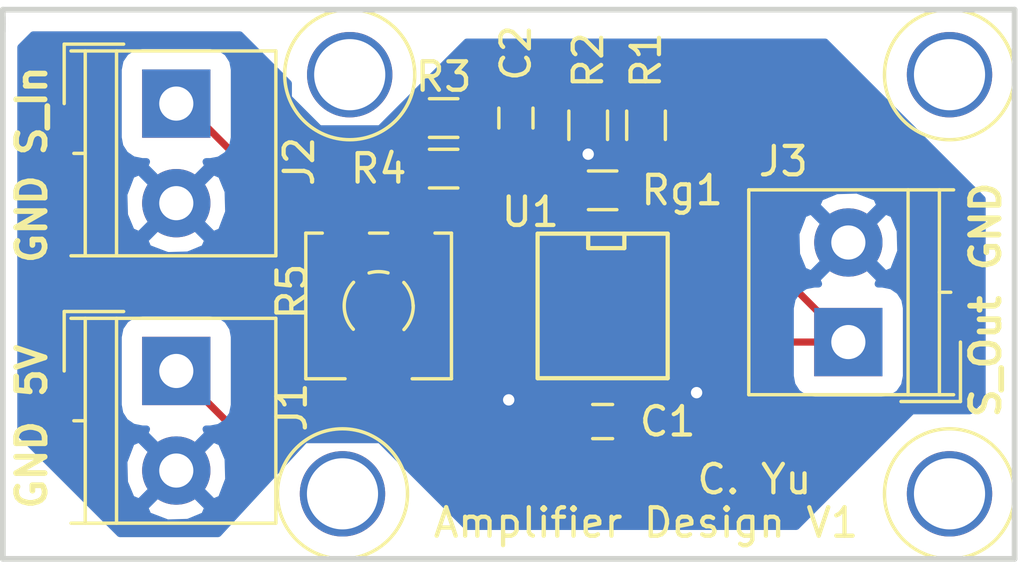
<source format=kicad_pcb>
(kicad_pcb (version 4) (host pcbnew 4.0.7)

  (general
    (links 20)
    (no_connects 0)
    (area 56.287999 29.61 92.487001 53.351)
    (thickness 1.6)
    (drawings 15)
    (tracks 74)
    (zones 0)
    (modules 16)
    (nets 11)
  )

  (page User 150.012 101.6)
  (layers
    (0 Top signal)
    (31 Bottom signal)
    (34 B.Paste user)
    (35 F.Paste user)
    (36 B.SilkS user)
    (37 F.SilkS user)
    (38 B.Mask user)
    (39 F.Mask user)
    (44 Edge.Cuts user)
  )

  (setup
    (last_trace_width 0.25)
    (trace_clearance 0.2)
    (zone_clearance 0.7)
    (zone_45_only no)
    (trace_min 0.2)
    (segment_width 0.2)
    (edge_width 0.2)
    (via_size 0.6)
    (via_drill 0.4)
    (via_min_size 0.4)
    (via_min_drill 0.3)
    (uvia_size 0.3)
    (uvia_drill 0.1)
    (uvias_allowed no)
    (uvia_min_size 0.2)
    (uvia_min_drill 0.1)
    (pcb_text_width 0.3)
    (pcb_text_size 1.5 1.5)
    (mod_edge_width 0.15)
    (mod_text_size 1 1)
    (mod_text_width 0.15)
    (pad_size 3 3)
    (pad_drill 2.5)
    (pad_to_mask_clearance 0.2)
    (aux_axis_origin 0 0)
    (visible_elements 7FFFFF7F)
    (pcbplotparams
      (layerselection 0x00030_80000001)
      (usegerberextensions false)
      (excludeedgelayer true)
      (linewidth 0.100000)
      (plotframeref false)
      (viasonmask false)
      (mode 1)
      (useauxorigin false)
      (hpglpennumber 1)
      (hpglpenspeed 20)
      (hpglpendiameter 15)
      (hpglpenoverlay 2)
      (psnegative false)
      (psa4output false)
      (plotreference true)
      (plotvalue true)
      (plotinvisibletext false)
      (padsonsilk false)
      (subtractmaskfromsilk false)
      (outputformat 1)
      (mirror false)
      (drillshape 0)
      (scaleselection 1)
      (outputdirectory ""))
  )

  (net 0 "")
  (net 1 GND)
  (net 2 "Net-(C1-Pad1)")
  (net 3 /S_Output)
  (net 4 "Net-(C2-Pad1)")
  (net 5 +5V)
  (net 6 /S_Input)
  (net 7 "Net-(R1-Pad2)")
  (net 8 "Net-(R4-Pad2)")
  (net 9 "Net-(Rg1-Pad1)")
  (net 10 "Net-(Rg1-Pad2)")

  (net_class Default "This is the default net class."
    (clearance 0.2)
    (trace_width 0.25)
    (via_dia 0.6)
    (via_drill 0.4)
    (uvia_dia 0.3)
    (uvia_drill 0.1)
    (add_net +5V)
    (add_net /S_Input)
    (add_net /S_Output)
    (add_net GND)
    (add_net "Net-(C1-Pad1)")
    (add_net "Net-(C2-Pad1)")
    (add_net "Net-(R1-Pad2)")
    (add_net "Net-(R4-Pad2)")
    (add_net "Net-(Rg1-Pad1)")
    (add_net "Net-(Rg1-Pad2)")
  )

  (module Connectors:1pin (layer Top) (tedit 59C17FFA) (tstamp 59C17F3C)
    (at 68.58 34.544)
    (descr "module 1 pin (ou trou mecanique de percage)")
    (tags DEV)
    (fp_text reference REF** (at 0 -3.048) (layer F.SilkS) hide
      (effects (font (size 1 1) (thickness 0.15)))
    )
    (fp_text value 1pin (at 0 3) (layer F.Fab) hide
      (effects (font (size 1 1) (thickness 0.15)))
    )
    (fp_circle (center 0 0) (end 2 0.8) (layer F.Fab) (width 0.1))
    (fp_circle (center 0 0) (end 2.6 0) (layer F.CrtYd) (width 0.05))
    (fp_circle (center 0 0) (end 0 -2.286) (layer F.SilkS) (width 0.12))
    (pad "" thru_hole circle (at 0 0) (size 3 3) (drill 2.5) (layers *.Cu *.Mask))
  )

  (module Connectors:1pin (layer Top) (tedit 59C186A2) (tstamp 59C17F23)
    (at 68.326 49.276)
    (descr "module 1 pin (ou trou mecanique de percage)")
    (tags DEV)
    (fp_text reference REF** (at 0 -3.048) (layer F.SilkS) hide
      (effects (font (size 1 1) (thickness 0.15)))
    )
    (fp_text value 1pin (at 1.524 4.064) (layer F.Fab) hide
      (effects (font (size 1 1) (thickness 0.15)))
    )
    (fp_circle (center 0 0) (end 2 0.8) (layer F.Fab) (width 0.1))
    (fp_circle (center 0 0) (end 2.6 0) (layer F.CrtYd) (width 0.05))
    (fp_circle (center 0 0) (end 0 -2.286) (layer F.SilkS) (width 0.12))
    (pad "" thru_hole circle (at 0 0) (size 3 3) (drill 2.5) (layers *.Cu *.Mask))
  )

  (module Connectors:1pin (layer Top) (tedit 59C186F1) (tstamp 59C17EBB)
    (at 89.662 49.276)
    (descr "module 1 pin (ou trou mecanique de percage)")
    (tags DEV)
    (fp_text reference REF** (at 0 -3.048 90) (layer F.SilkS) hide
      (effects (font (size 1 1) (thickness 0.03175)))
    )
    (fp_text value 1pin (at 0 3) (layer F.Fab) hide
      (effects (font (size 1 1) (thickness 0.15)))
    )
    (fp_circle (center 0 0) (end 2 0.8) (layer F.Fab) (width 0.1))
    (fp_circle (center 0 0) (end 2.6 0) (layer F.CrtYd) (width 0.05))
    (fp_circle (center 0 0) (end 0 -2.286) (layer F.SilkS) (width 0.12))
    (pad "" thru_hole circle (at 0 0) (size 3 3) (drill 2.5) (layers *.Cu *.Mask))
  )

  (module Connectors:1pin (layer Top) (tedit 59C17FEE) (tstamp 59C17CDE)
    (at 89.662 34.544)
    (descr "module 1 pin (ou trou mecanique de percage)")
    (tags DEV)
    (fp_text reference REF** (at 0 -3.048) (layer F.SilkS) hide
      (effects (font (size 1 1) (thickness 0.15)))
    )
    (fp_text value 1pin (at 0 3) (layer F.Fab) hide
      (effects (font (size 1 1) (thickness 0.15)))
    )
    (fp_circle (center 0 0) (end 2 0.8) (layer F.Fab) (width 0.1))
    (fp_circle (center 0 0) (end 2.6 0) (layer F.CrtYd) (width 0.05))
    (fp_circle (center 0 0) (end 0 -2.286) (layer F.SilkS) (width 0.12))
    (pad "" thru_hole circle (at 0 0) (size 3 3) (drill 2.5) (layers *.Cu *.Mask))
  )

  (module Capacitors_SMD:C_0603 (layer Top) (tedit 59C182FA) (tstamp 59C04895)
    (at 77.47 46.736)
    (descr "Capacitor SMD 0603, reflow soldering, AVX (see smccp.pdf)")
    (tags "capacitor 0603")
    (path /59C03C77)
    (attr smd)
    (fp_text reference C1 (at 2.286 0) (layer F.SilkS)
      (effects (font (size 1 1) (thickness 0.15)))
    )
    (fp_text value 1nf (at 0 1.5) (layer F.Fab) hide
      (effects (font (size 1 1) (thickness 0.15)))
    )
    (fp_line (start 1.4 0.65) (end -1.4 0.65) (layer F.CrtYd) (width 0.05))
    (fp_line (start 1.4 0.65) (end 1.4 -0.65) (layer F.CrtYd) (width 0.05))
    (fp_line (start -1.4 -0.65) (end -1.4 0.65) (layer F.CrtYd) (width 0.05))
    (fp_line (start -1.4 -0.65) (end 1.4 -0.65) (layer F.CrtYd) (width 0.05))
    (fp_line (start 0.35 0.6) (end -0.35 0.6) (layer F.SilkS) (width 0.12))
    (fp_line (start -0.35 -0.6) (end 0.35 -0.6) (layer F.SilkS) (width 0.12))
    (fp_line (start -0.8 -0.4) (end 0.8 -0.4) (layer F.Fab) (width 0.1))
    (fp_line (start 0.8 -0.4) (end 0.8 0.4) (layer F.Fab) (width 0.1))
    (fp_line (start 0.8 0.4) (end -0.8 0.4) (layer F.Fab) (width 0.1))
    (fp_line (start -0.8 0.4) (end -0.8 -0.4) (layer F.Fab) (width 0.1))
    (fp_text user %R (at 0 0) (layer F.Fab)
      (effects (font (size 0.3 0.3) (thickness 0.075)))
    )
    (pad 2 smd rect (at 0.75 0) (size 0.8 0.75) (layers Top F.Paste F.Mask)
      (net 1 GND))
    (pad 1 smd rect (at -0.75 0) (size 0.8 0.75) (layers Top F.Paste F.Mask)
      (net 2 "Net-(C1-Pad1)"))
    (model Capacitors_SMD.3dshapes/C_0603.wrl
      (at (xyz 0 0 0))
      (scale (xyz 1 1 1))
      (rotate (xyz 0 0 0))
    )
  )

  (module Capacitors_SMD:C_0603 (layer Top) (tedit 59C181FC) (tstamp 59C048A6)
    (at 74.422 36.068 90)
    (descr "Capacitor SMD 0603, reflow soldering, AVX (see smccp.pdf)")
    (tags "capacitor 0603")
    (path /59C03E90)
    (attr smd)
    (fp_text reference C2 (at 2.286 0 90) (layer F.SilkS)
      (effects (font (size 1 1) (thickness 0.15)))
    )
    (fp_text value 1nf (at 0 1.5 90) (layer F.Fab) hide
      (effects (font (size 1 1) (thickness 0.15)))
    )
    (fp_line (start 1.4 0.65) (end -1.4 0.65) (layer F.CrtYd) (width 0.05))
    (fp_line (start 1.4 0.65) (end 1.4 -0.65) (layer F.CrtYd) (width 0.05))
    (fp_line (start -1.4 -0.65) (end -1.4 0.65) (layer F.CrtYd) (width 0.05))
    (fp_line (start -1.4 -0.65) (end 1.4 -0.65) (layer F.CrtYd) (width 0.05))
    (fp_line (start 0.35 0.6) (end -0.35 0.6) (layer F.SilkS) (width 0.12))
    (fp_line (start -0.35 -0.6) (end 0.35 -0.6) (layer F.SilkS) (width 0.12))
    (fp_line (start -0.8 -0.4) (end 0.8 -0.4) (layer F.Fab) (width 0.1))
    (fp_line (start 0.8 -0.4) (end 0.8 0.4) (layer F.Fab) (width 0.1))
    (fp_line (start 0.8 0.4) (end -0.8 0.4) (layer F.Fab) (width 0.1))
    (fp_line (start -0.8 0.4) (end -0.8 -0.4) (layer F.Fab) (width 0.1))
    (fp_text user %R (at 0 0 90) (layer F.Fab)
      (effects (font (size 0.3 0.3) (thickness 0.075)))
    )
    (pad 2 smd rect (at 0.75 0 90) (size 0.8 0.75) (layers Top F.Paste F.Mask)
      (net 3 /S_Output))
    (pad 1 smd rect (at -0.75 0 90) (size 0.8 0.75) (layers Top F.Paste F.Mask)
      (net 4 "Net-(C2-Pad1)"))
    (model Capacitors_SMD.3dshapes/C_0603.wrl
      (at (xyz 0 0 0))
      (scale (xyz 1 1 1))
      (rotate (xyz 0 0 0))
    )
  )

  (module Connectors_Terminal_Blocks:TerminalBlock_4UCON_19963_02x3.5mm_Straight (layer Top) (tedit 59C183A0) (tstamp 59C048C1)
    (at 62.484 44.958 270)
    (descr "2-way 3.5mm pitch terminal block, https://cdn-shop.adafruit.com/datasheets/19963.pdf")
    (tags "screw terminal block")
    (path /59C0453E)
    (fp_text reference J1 (at 1.27 -4.064 270) (layer F.SilkS)
      (effects (font (size 1 1) (thickness 0.15)))
    )
    (fp_text value "Power Input" (at 1.75 5.1 270) (layer F.Fab) hide
      (effects (font (size 1 1) (thickness 0.15)))
    )
    (fp_line (start -2.25 -3.9) (end -2.25 4.1) (layer F.CrtYd) (width 0.05))
    (fp_line (start -2.25 4.1) (end 5.75 4.1) (layer F.CrtYd) (width 0.05))
    (fp_line (start 5.75 4.1) (end 5.75 -3.9) (layer F.CrtYd) (width 0.05))
    (fp_line (start 5.75 -3.9) (end -2.25 -3.9) (layer F.CrtYd) (width 0.05))
    (fp_line (start -1.75 2.1) (end 5.25 2.1) (layer F.Fab) (width 0.1))
    (fp_line (start -1.75 3.2) (end 5.25 3.2) (layer F.Fab) (width 0.1))
    (fp_line (start -1.75 3.6) (end -1.75 -3.4) (layer F.Fab) (width 0.1))
    (fp_line (start -1.75 -3.4) (end 5.25 -3.4) (layer F.Fab) (width 0.1))
    (fp_line (start 5.25 -3.4) (end 5.25 3.6) (layer F.Fab) (width 0.1))
    (fp_line (start 1.75 3.2) (end 1.75 3.6) (layer F.Fab) (width 0.1))
    (fp_line (start -2.09 1.85) (end -2.09 3.94) (layer F.Fab) (width 0.1))
    (fp_line (start -2.09 3.94) (end 0 3.94) (layer F.Fab) (width 0.1))
    (fp_line (start -1.85 2.1) (end 5.35 2.1) (layer F.SilkS) (width 0.12))
    (fp_line (start -1.85 3.2) (end 5.35 3.2) (layer F.SilkS) (width 0.12))
    (fp_line (start -1.85 3.7) (end -1.85 -3.5) (layer F.SilkS) (width 0.12))
    (fp_line (start -1.85 -3.5) (end 5.35 -3.5) (layer F.SilkS) (width 0.12))
    (fp_line (start 5.35 -3.5) (end 5.35 3.7) (layer F.SilkS) (width 0.12))
    (fp_line (start 1.75 3.2) (end 1.75 3.6) (layer F.SilkS) (width 0.12))
    (fp_line (start -2.09 1.85) (end -2.09 3.94) (layer F.SilkS) (width 0.12))
    (fp_line (start -2.09 3.94) (end 0 3.94) (layer F.SilkS) (width 0.12))
    (fp_text user %R (at 1.75 0.1 270) (layer F.Fab) hide
      (effects (font (size 1 1) (thickness 0.15)))
    )
    (pad 1 thru_hole rect (at 0 0 270) (size 2.4 2.4) (drill 1.2) (layers *.Cu *.Mask)
      (net 5 +5V))
    (pad 2 thru_hole circle (at 3.5 0 270) (size 2.4 2.4) (drill 1.2) (layers *.Cu *.Mask)
      (net 1 GND))
    (model ${KISYS3DMOD}/Connectors_Terminal_Blocks.3dshapes/TerminalBlock_4UCON_19963_02x3.5mm_Straight.wrl
      (at (xyz 0 0 0))
      (scale (xyz 1 1 1))
      (rotate (xyz 0 0 0))
    )
  )

  (module Connectors_Terminal_Blocks:TerminalBlock_4UCON_19963_02x3.5mm_Straight (layer Top) (tedit 59C183A5) (tstamp 59C048DC)
    (at 62.484 35.56 270)
    (descr "2-way 3.5mm pitch terminal block, https://cdn-shop.adafruit.com/datasheets/19963.pdf")
    (tags "screw terminal block")
    (path /59C047BD)
    (fp_text reference J2 (at 2.032 -4.318 270) (layer F.SilkS)
      (effects (font (size 1 1) (thickness 0.15)))
    )
    (fp_text value "Singal Input 3.5mm" (at 1.75 5.1 270) (layer F.Fab) hide
      (effects (font (size 1 1) (thickness 0.15)))
    )
    (fp_line (start -2.25 -3.9) (end -2.25 4.1) (layer F.CrtYd) (width 0.05))
    (fp_line (start -2.25 4.1) (end 5.75 4.1) (layer F.CrtYd) (width 0.05))
    (fp_line (start 5.75 4.1) (end 5.75 -3.9) (layer F.CrtYd) (width 0.05))
    (fp_line (start 5.75 -3.9) (end -2.25 -3.9) (layer F.CrtYd) (width 0.05))
    (fp_line (start -1.75 2.1) (end 5.25 2.1) (layer F.Fab) (width 0.1))
    (fp_line (start -1.75 3.2) (end 5.25 3.2) (layer F.Fab) (width 0.1))
    (fp_line (start -1.75 3.6) (end -1.75 -3.4) (layer F.Fab) (width 0.1))
    (fp_line (start -1.75 -3.4) (end 5.25 -3.4) (layer F.Fab) (width 0.1))
    (fp_line (start 5.25 -3.4) (end 5.25 3.6) (layer F.Fab) (width 0.1))
    (fp_line (start 1.75 3.2) (end 1.75 3.6) (layer F.Fab) (width 0.1))
    (fp_line (start -2.09 1.85) (end -2.09 3.94) (layer F.Fab) (width 0.1))
    (fp_line (start -2.09 3.94) (end 0 3.94) (layer F.Fab) (width 0.1))
    (fp_line (start -1.85 2.1) (end 5.35 2.1) (layer F.SilkS) (width 0.12))
    (fp_line (start -1.85 3.2) (end 5.35 3.2) (layer F.SilkS) (width 0.12))
    (fp_line (start -1.85 3.7) (end -1.85 -3.5) (layer F.SilkS) (width 0.12))
    (fp_line (start -1.85 -3.5) (end 5.35 -3.5) (layer F.SilkS) (width 0.12))
    (fp_line (start 5.35 -3.5) (end 5.35 3.7) (layer F.SilkS) (width 0.12))
    (fp_line (start 1.75 3.2) (end 1.75 3.6) (layer F.SilkS) (width 0.12))
    (fp_line (start -2.09 1.85) (end -2.09 3.94) (layer F.SilkS) (width 0.12))
    (fp_line (start -2.09 3.94) (end 0 3.94) (layer F.SilkS) (width 0.12))
    (fp_text user %R (at 1.75 0.1 270) (layer F.Fab) hide
      (effects (font (size 1 1) (thickness 0.15)))
    )
    (pad 1 thru_hole rect (at 0 0 270) (size 2.4 2.4) (drill 1.2) (layers *.Cu *.Mask)
      (net 6 /S_Input))
    (pad 2 thru_hole circle (at 3.5 0 270) (size 2.4 2.4) (drill 1.2) (layers *.Cu *.Mask)
      (net 1 GND))
    (model ${KISYS3DMOD}/Connectors_Terminal_Blocks.3dshapes/TerminalBlock_4UCON_19963_02x3.5mm_Straight.wrl
      (at (xyz 0 0 0))
      (scale (xyz 1 1 1))
      (rotate (xyz 0 0 0))
    )
  )

  (module Connectors_Terminal_Blocks:TerminalBlock_4UCON_19963_02x3.5mm_Straight (layer Top) (tedit 59C18245) (tstamp 59C048F7)
    (at 86.106 43.942 90)
    (descr "2-way 3.5mm pitch terminal block, https://cdn-shop.adafruit.com/datasheets/19963.pdf")
    (tags "screw terminal block")
    (path /59C04824)
    (fp_text reference J3 (at 6.35 -2.286 180) (layer F.SilkS)
      (effects (font (size 1 1) (thickness 0.15)))
    )
    (fp_text value "Signal Output" (at 1.75 5.1 90) (layer F.Fab) hide
      (effects (font (size 1 1) (thickness 0.15)))
    )
    (fp_line (start -2.25 -3.9) (end -2.25 4.1) (layer F.CrtYd) (width 0.05))
    (fp_line (start -2.25 4.1) (end 5.75 4.1) (layer F.CrtYd) (width 0.05))
    (fp_line (start 5.75 4.1) (end 5.75 -3.9) (layer F.CrtYd) (width 0.05))
    (fp_line (start 5.75 -3.9) (end -2.25 -3.9) (layer F.CrtYd) (width 0.05))
    (fp_line (start -1.75 2.1) (end 5.25 2.1) (layer F.Fab) (width 0.1))
    (fp_line (start -1.75 3.2) (end 5.25 3.2) (layer F.Fab) (width 0.1))
    (fp_line (start -1.75 3.6) (end -1.75 -3.4) (layer F.Fab) (width 0.1))
    (fp_line (start -1.75 -3.4) (end 5.25 -3.4) (layer F.Fab) (width 0.1))
    (fp_line (start 5.25 -3.4) (end 5.25 3.6) (layer F.Fab) (width 0.1))
    (fp_line (start 1.75 3.2) (end 1.75 3.6) (layer F.Fab) (width 0.1))
    (fp_line (start -2.09 1.85) (end -2.09 3.94) (layer F.Fab) (width 0.1))
    (fp_line (start -2.09 3.94) (end 0 3.94) (layer F.Fab) (width 0.1))
    (fp_line (start -1.85 2.1) (end 5.35 2.1) (layer F.SilkS) (width 0.12))
    (fp_line (start -1.85 3.2) (end 5.35 3.2) (layer F.SilkS) (width 0.12))
    (fp_line (start -1.85 3.7) (end -1.85 -3.5) (layer F.SilkS) (width 0.12))
    (fp_line (start -1.85 -3.5) (end 5.35 -3.5) (layer F.SilkS) (width 0.12))
    (fp_line (start 5.35 -3.5) (end 5.35 3.7) (layer F.SilkS) (width 0.12))
    (fp_line (start 1.75 3.2) (end 1.75 3.6) (layer F.SilkS) (width 0.12))
    (fp_line (start -2.09 1.85) (end -2.09 3.94) (layer F.SilkS) (width 0.12))
    (fp_line (start -2.09 3.94) (end 0 3.94) (layer F.SilkS) (width 0.12))
    (fp_text user %R (at 1.75 0.1 90) (layer F.Fab)
      (effects (font (size 1 1) (thickness 0.15)))
    )
    (pad 1 thru_hole rect (at 0 0 90) (size 2.4 2.4) (drill 1.2) (layers *.Cu *.Mask)
      (net 3 /S_Output))
    (pad 2 thru_hole circle (at 3.5 0 90) (size 2.4 2.4) (drill 1.2) (layers *.Cu *.Mask)
      (net 1 GND))
    (model ${KISYS3DMOD}/Connectors_Terminal_Blocks.3dshapes/TerminalBlock_4UCON_19963_02x3.5mm_Straight.wrl
      (at (xyz 0 0 0))
      (scale (xyz 1 1 1))
      (rotate (xyz 0 0 0))
    )
  )

  (module Resistors_SMD:R_0603 (layer Top) (tedit 59C181F0) (tstamp 59C04908)
    (at 78.994 36.322 90)
    (descr "Resistor SMD 0603, reflow soldering, Vishay (see dcrcw.pdf)")
    (tags "resistor 0603")
    (path /59C02A80)
    (attr smd)
    (fp_text reference R1 (at 2.286 0 90) (layer F.SilkS)
      (effects (font (size 1 1) (thickness 0.15)))
    )
    (fp_text value 30k (at 0 1.5 90) (layer F.Fab) hide
      (effects (font (size 1 1) (thickness 0.15)))
    )
    (fp_text user %R (at 0 0 90) (layer F.Fab)
      (effects (font (size 0.4 0.4) (thickness 0.075)))
    )
    (fp_line (start -0.8 0.4) (end -0.8 -0.4) (layer F.Fab) (width 0.1))
    (fp_line (start 0.8 0.4) (end -0.8 0.4) (layer F.Fab) (width 0.1))
    (fp_line (start 0.8 -0.4) (end 0.8 0.4) (layer F.Fab) (width 0.1))
    (fp_line (start -0.8 -0.4) (end 0.8 -0.4) (layer F.Fab) (width 0.1))
    (fp_line (start 0.5 0.68) (end -0.5 0.68) (layer F.SilkS) (width 0.12))
    (fp_line (start -0.5 -0.68) (end 0.5 -0.68) (layer F.SilkS) (width 0.12))
    (fp_line (start -1.25 -0.7) (end 1.25 -0.7) (layer F.CrtYd) (width 0.05))
    (fp_line (start -1.25 -0.7) (end -1.25 0.7) (layer F.CrtYd) (width 0.05))
    (fp_line (start 1.25 0.7) (end 1.25 -0.7) (layer F.CrtYd) (width 0.05))
    (fp_line (start 1.25 0.7) (end -1.25 0.7) (layer F.CrtYd) (width 0.05))
    (pad 1 smd rect (at -0.75 0 90) (size 0.5 0.9) (layers Top F.Paste F.Mask)
      (net 3 /S_Output))
    (pad 2 smd rect (at 0.75 0 90) (size 0.5 0.9) (layers Top F.Paste F.Mask)
      (net 7 "Net-(R1-Pad2)"))
    (model ${KISYS3DMOD}/Resistors_SMD.3dshapes/R_0603.wrl
      (at (xyz 0 0 0))
      (scale (xyz 1 1 1))
      (rotate (xyz 0 0 0))
    )
  )

  (module Resistors_SMD:R_0603 (layer Top) (tedit 59C181F5) (tstamp 59C04919)
    (at 76.962 36.322 270)
    (descr "Resistor SMD 0603, reflow soldering, Vishay (see dcrcw.pdf)")
    (tags "resistor 0603")
    (path /59C030AA)
    (attr smd)
    (fp_text reference R2 (at -2.286 0 270) (layer F.SilkS)
      (effects (font (size 1 1) (thickness 0.15)))
    )
    (fp_text value 20k (at 0 1.5 270) (layer F.Fab) hide
      (effects (font (size 1 1) (thickness 0.15)))
    )
    (fp_text user %R (at 0 0 270) (layer F.Fab)
      (effects (font (size 0.4 0.4) (thickness 0.075)))
    )
    (fp_line (start -0.8 0.4) (end -0.8 -0.4) (layer F.Fab) (width 0.1))
    (fp_line (start 0.8 0.4) (end -0.8 0.4) (layer F.Fab) (width 0.1))
    (fp_line (start 0.8 -0.4) (end 0.8 0.4) (layer F.Fab) (width 0.1))
    (fp_line (start -0.8 -0.4) (end 0.8 -0.4) (layer F.Fab) (width 0.1))
    (fp_line (start 0.5 0.68) (end -0.5 0.68) (layer F.SilkS) (width 0.12))
    (fp_line (start -0.5 -0.68) (end 0.5 -0.68) (layer F.SilkS) (width 0.12))
    (fp_line (start -1.25 -0.7) (end 1.25 -0.7) (layer F.CrtYd) (width 0.05))
    (fp_line (start -1.25 -0.7) (end -1.25 0.7) (layer F.CrtYd) (width 0.05))
    (fp_line (start 1.25 0.7) (end 1.25 -0.7) (layer F.CrtYd) (width 0.05))
    (fp_line (start 1.25 0.7) (end -1.25 0.7) (layer F.CrtYd) (width 0.05))
    (pad 1 smd rect (at -0.75 0 270) (size 0.5 0.9) (layers Top F.Paste F.Mask)
      (net 7 "Net-(R1-Pad2)"))
    (pad 2 smd rect (at 0.75 0 270) (size 0.5 0.9) (layers Top F.Paste F.Mask)
      (net 1 GND))
    (model ${KISYS3DMOD}/Resistors_SMD.3dshapes/R_0603.wrl
      (at (xyz 0 0 0))
      (scale (xyz 1 1 1))
      (rotate (xyz 0 0 0))
    )
  )

  (module Resistors_SMD:R_0603 (layer Top) (tedit 59C133C3) (tstamp 59C0492A)
    (at 71.882 36.068)
    (descr "Resistor SMD 0603, reflow soldering, Vishay (see dcrcw.pdf)")
    (tags "resistor 0603")
    (path /59C032A3)
    (attr smd)
    (fp_text reference R3 (at 0 -1.45) (layer F.SilkS)
      (effects (font (size 1 1) (thickness 0.15)))
    )
    (fp_text value 10k (at 0 1.5) (layer F.Fab) hide
      (effects (font (size 1 1) (thickness 0.15)))
    )
    (fp_text user %R (at 0 0) (layer F.Fab)
      (effects (font (size 0.4 0.4) (thickness 0.075)))
    )
    (fp_line (start -0.8 0.4) (end -0.8 -0.4) (layer F.Fab) (width 0.1))
    (fp_line (start 0.8 0.4) (end -0.8 0.4) (layer F.Fab) (width 0.1))
    (fp_line (start 0.8 -0.4) (end 0.8 0.4) (layer F.Fab) (width 0.1))
    (fp_line (start -0.8 -0.4) (end 0.8 -0.4) (layer F.Fab) (width 0.1))
    (fp_line (start 0.5 0.68) (end -0.5 0.68) (layer F.SilkS) (width 0.12))
    (fp_line (start -0.5 -0.68) (end 0.5 -0.68) (layer F.SilkS) (width 0.12))
    (fp_line (start -1.25 -0.7) (end 1.25 -0.7) (layer F.CrtYd) (width 0.05))
    (fp_line (start -1.25 -0.7) (end -1.25 0.7) (layer F.CrtYd) (width 0.05))
    (fp_line (start 1.25 0.7) (end 1.25 -0.7) (layer F.CrtYd) (width 0.05))
    (fp_line (start 1.25 0.7) (end -1.25 0.7) (layer F.CrtYd) (width 0.05))
    (pad 1 smd rect (at -0.75 0) (size 0.5 0.9) (layers Top F.Paste F.Mask)
      (net 6 /S_Input))
    (pad 2 smd rect (at 0.75 0) (size 0.5 0.9) (layers Top F.Paste F.Mask)
      (net 4 "Net-(C2-Pad1)"))
    (model ${KISYS3DMOD}/Resistors_SMD.3dshapes/R_0603.wrl
      (at (xyz 0 0 0))
      (scale (xyz 1 1 1))
      (rotate (xyz 0 0 0))
    )
  )

  (module Resistors_SMD:R_0603 (layer Top) (tedit 59C18213) (tstamp 59C0493B)
    (at 71.882 37.846 180)
    (descr "Resistor SMD 0603, reflow soldering, Vishay (see dcrcw.pdf)")
    (tags "resistor 0603")
    (path /59C03355)
    (attr smd)
    (fp_text reference R4 (at 2.286 0 180) (layer F.SilkS)
      (effects (font (size 1 1) (thickness 0.15)))
    )
    (fp_text value 10k (at 0 1.5 180) (layer F.Fab) hide
      (effects (font (size 1 1) (thickness 0.15)))
    )
    (fp_text user %R (at 0 0 180) (layer F.Fab)
      (effects (font (size 0.4 0.4) (thickness 0.075)))
    )
    (fp_line (start -0.8 0.4) (end -0.8 -0.4) (layer F.Fab) (width 0.1))
    (fp_line (start 0.8 0.4) (end -0.8 0.4) (layer F.Fab) (width 0.1))
    (fp_line (start 0.8 -0.4) (end 0.8 0.4) (layer F.Fab) (width 0.1))
    (fp_line (start -0.8 -0.4) (end 0.8 -0.4) (layer F.Fab) (width 0.1))
    (fp_line (start 0.5 0.68) (end -0.5 0.68) (layer F.SilkS) (width 0.12))
    (fp_line (start -0.5 -0.68) (end 0.5 -0.68) (layer F.SilkS) (width 0.12))
    (fp_line (start -1.25 -0.7) (end 1.25 -0.7) (layer F.CrtYd) (width 0.05))
    (fp_line (start -1.25 -0.7) (end -1.25 0.7) (layer F.CrtYd) (width 0.05))
    (fp_line (start 1.25 0.7) (end 1.25 -0.7) (layer F.CrtYd) (width 0.05))
    (fp_line (start 1.25 0.7) (end -1.25 0.7) (layer F.CrtYd) (width 0.05))
    (pad 1 smd rect (at -0.75 0 180) (size 0.5 0.9) (layers Top F.Paste F.Mask)
      (net 4 "Net-(C2-Pad1)"))
    (pad 2 smd rect (at 0.75 0 180) (size 0.5 0.9) (layers Top F.Paste F.Mask)
      (net 8 "Net-(R4-Pad2)"))
    (model ${KISYS3DMOD}/Resistors_SMD.3dshapes/R_0603.wrl
      (at (xyz 0 0 0))
      (scale (xyz 1 1 1))
      (rotate (xyz 0 0 0))
    )
  )

  (module Potentiometers:Potentiometer_Trimmer_Vishay_TS53YJ (layer Top) (tedit 59C18368) (tstamp 59C04962)
    (at 69.596 42.672 90)
    (descr "Spindle Trimmer Potentiometer, Vishay TS53YJ, https://www.bourns.com/pdfs/3224.pdf")
    (tags "Spindle Trimmer Potentiometer   Vishay TS53YJ")
    (path /59C0346F)
    (attr smd)
    (fp_text reference R5 (at 0.508 -3.048 90) (layer F.SilkS)
      (effects (font (size 1 1) (thickness 0.15)))
    )
    (fp_text value "TS53YJ 50k" (at 0 3.75 90) (layer F.Fab) hide
      (effects (font (size 1 1) (thickness 0.15)))
    )
    (fp_line (start -2.5 -2.5) (end -2.5 2.5) (layer F.Fab) (width 0.1))
    (fp_line (start -2.5 2.5) (end 2.5 2.5) (layer F.Fab) (width 0.1))
    (fp_line (start 2.5 2.5) (end 2.5 -2.5) (layer F.Fab) (width 0.1))
    (fp_line (start 2.5 -2.5) (end -2.5 -2.5) (layer F.Fab) (width 0.1))
    (fp_line (start -0.92 -0.06) (end -0.06 -0.06) (layer F.Fab) (width 0.1))
    (fp_line (start -0.06 -0.06) (end -0.06 -0.92) (layer F.Fab) (width 0.1))
    (fp_line (start -0.06 -0.92) (end 0.06 -0.92) (layer F.Fab) (width 0.1))
    (fp_line (start 0.06 -0.92) (end 0.06 -0.06) (layer F.Fab) (width 0.1))
    (fp_line (start 0.06 -0.06) (end 0.92 -0.06) (layer F.Fab) (width 0.1))
    (fp_line (start 0.92 -0.06) (end 0.92 0.06) (layer F.Fab) (width 0.1))
    (fp_line (start 0.92 0.06) (end 0.06 0.06) (layer F.Fab) (width 0.1))
    (fp_line (start 0.06 0.06) (end 0.06 0.92) (layer F.Fab) (width 0.1))
    (fp_line (start 0.06 0.92) (end -0.06 0.92) (layer F.Fab) (width 0.1))
    (fp_line (start -0.06 0.92) (end -0.06 0.06) (layer F.Fab) (width 0.1))
    (fp_line (start -0.06 0.06) (end -0.92 0.06) (layer F.Fab) (width 0.1))
    (fp_line (start -0.92 0.06) (end -0.92 -0.06) (layer F.Fab) (width 0.1))
    (fp_line (start -2.56 -2.56) (end 2.56 -2.56) (layer F.SilkS) (width 0.12))
    (fp_line (start -2.56 2.56) (end 2.56 2.56) (layer F.SilkS) (width 0.12))
    (fp_line (start -2.56 -2.56) (end -2.56 -1.18) (layer F.SilkS) (width 0.12))
    (fp_line (start -2.56 1.18) (end -2.56 2.56) (layer F.SilkS) (width 0.12))
    (fp_line (start 2.56 -2.56) (end 2.56 -1.98) (layer F.SilkS) (width 0.12))
    (fp_line (start 2.56 -0.32) (end 2.56 0.32) (layer F.SilkS) (width 0.12))
    (fp_line (start 2.56 1.98) (end 2.56 2.56) (layer F.SilkS) (width 0.12))
    (fp_line (start -3.28 -2.75) (end -3.28 2.75) (layer F.CrtYd) (width 0.05))
    (fp_line (start -3.28 2.75) (end 3.27 2.75) (layer F.CrtYd) (width 0.05))
    (fp_line (start 3.27 2.75) (end 3.27 -2.75) (layer F.CrtYd) (width 0.05))
    (fp_line (start 3.27 -2.75) (end -3.28 -2.75) (layer F.CrtYd) (width 0.05))
    (fp_circle (center 0 0) (end 1.15 0) (layer F.Fab) (width 0.1))
    (fp_arc (start 0 0) (end 0 1.21) (angle -43) (layer F.SilkS) (width 0.12))
    (fp_arc (start 0 0) (end 1.16 0.33) (angle -32) (layer F.SilkS) (width 0.12))
    (fp_arc (start 0 0) (end 0.83 -0.88) (angle -86) (layer F.SilkS) (width 0.12))
    (fp_arc (start 0 0) (end -0.83 0.89) (angle -44) (layer F.SilkS) (width 0.12))
    (pad 1 smd rect (at 2 -1.15 90) (size 2 1.3) (layers Top F.Mask)
      (net 8 "Net-(R4-Pad2)"))
    (pad 2 smd rect (at -2 0 90) (size 2 2) (layers Top F.Mask)
      (net 2 "Net-(C1-Pad1)"))
    (pad 3 smd rect (at 2 1.15 90) (size 2 1.3) (layers Top F.Mask))
    (model Potentiometers.3dshapes/Potentiometer_Trimmer_Vishay_TS53YJ.wrl
      (at (xyz 0.03 0 0))
      (scale (xyz 0.39 0.39 0.39))
      (rotate (xyz 0 0 0))
    )
  )

  (module Resistors_SMD:R_0603 (layer Top) (tedit 59C1823D) (tstamp 59C04973)
    (at 77.47 38.608 180)
    (descr "Resistor SMD 0603, reflow soldering, Vishay (see dcrcw.pdf)")
    (tags "resistor 0603")
    (path /59C041D0)
    (attr smd)
    (fp_text reference Rg1 (at -2.794 0 180) (layer F.SilkS)
      (effects (font (size 1 1) (thickness 0.15)))
    )
    (fp_text value 100k (at 0 1.5 180) (layer F.Fab) hide
      (effects (font (size 1 1) (thickness 0.15)))
    )
    (fp_text user %R (at 0 0 180) (layer F.Fab)
      (effects (font (size 0.4 0.4) (thickness 0.075)))
    )
    (fp_line (start -0.8 0.4) (end -0.8 -0.4) (layer F.Fab) (width 0.1))
    (fp_line (start 0.8 0.4) (end -0.8 0.4) (layer F.Fab) (width 0.1))
    (fp_line (start 0.8 -0.4) (end 0.8 0.4) (layer F.Fab) (width 0.1))
    (fp_line (start -0.8 -0.4) (end 0.8 -0.4) (layer F.Fab) (width 0.1))
    (fp_line (start 0.5 0.68) (end -0.5 0.68) (layer F.SilkS) (width 0.12))
    (fp_line (start -0.5 -0.68) (end 0.5 -0.68) (layer F.SilkS) (width 0.12))
    (fp_line (start -1.25 -0.7) (end 1.25 -0.7) (layer F.CrtYd) (width 0.05))
    (fp_line (start -1.25 -0.7) (end -1.25 0.7) (layer F.CrtYd) (width 0.05))
    (fp_line (start 1.25 0.7) (end 1.25 -0.7) (layer F.CrtYd) (width 0.05))
    (fp_line (start 1.25 0.7) (end -1.25 0.7) (layer F.CrtYd) (width 0.05))
    (pad 1 smd rect (at -0.75 0 180) (size 0.5 0.9) (layers Top F.Paste F.Mask)
      (net 9 "Net-(Rg1-Pad1)"))
    (pad 2 smd rect (at 0.75 0 180) (size 0.5 0.9) (layers Top F.Paste F.Mask)
      (net 10 "Net-(Rg1-Pad2)"))
    (model ${KISYS3DMOD}/Resistors_SMD.3dshapes/R_0603.wrl
      (at (xyz 0 0 0))
      (scale (xyz 1 1 1))
      (rotate (xyz 0 0 0))
    )
  )

  (module SMD_Packages:SOIC-8-N (layer Top) (tedit 59C18335) (tstamp 59C04986)
    (at 77.47 42.672 270)
    (descr "Module Narrow CMS SOJ 8 pins large")
    (tags "CMS SOJ")
    (path /59C02658)
    (attr smd)
    (fp_text reference U1 (at -3.302 2.54 360) (layer F.SilkS)
      (effects (font (size 1 1) (thickness 0.15)))
    )
    (fp_text value AD620 (at 0 1.27 270) (layer F.Fab) hide
      (effects (font (size 1 1) (thickness 0.15)))
    )
    (fp_line (start -2.54 -2.286) (end 2.54 -2.286) (layer F.SilkS) (width 0.15))
    (fp_line (start 2.54 -2.286) (end 2.54 2.286) (layer F.SilkS) (width 0.15))
    (fp_line (start 2.54 2.286) (end -2.54 2.286) (layer F.SilkS) (width 0.15))
    (fp_line (start -2.54 2.286) (end -2.54 -2.286) (layer F.SilkS) (width 0.15))
    (fp_line (start -2.54 -0.762) (end -2.032 -0.762) (layer F.SilkS) (width 0.15))
    (fp_line (start -2.032 -0.762) (end -2.032 0.508) (layer F.SilkS) (width 0.15))
    (fp_line (start -2.032 0.508) (end -2.54 0.508) (layer F.SilkS) (width 0.15))
    (pad 8 smd rect (at -1.905 -3.175 270) (size 0.508 1.143) (layers Top F.Paste F.Mask)
      (net 9 "Net-(Rg1-Pad1)"))
    (pad 7 smd rect (at -0.635 -3.175 270) (size 0.508 1.143) (layers Top F.Paste F.Mask)
      (net 5 +5V))
    (pad 6 smd rect (at 0.635 -3.175 270) (size 0.508 1.143) (layers Top F.Paste F.Mask)
      (net 3 /S_Output))
    (pad 5 smd rect (at 1.905 -3.175 270) (size 0.508 1.143) (layers Top F.Paste F.Mask)
      (net 1 GND))
    (pad 4 smd rect (at 1.905 3.175 270) (size 0.508 1.143) (layers Top F.Paste F.Mask)
      (net 1 GND))
    (pad 3 smd rect (at 0.635 3.175 270) (size 0.508 1.143) (layers Top F.Paste F.Mask)
      (net 2 "Net-(C1-Pad1)"))
    (pad 2 smd rect (at -0.635 3.175 270) (size 0.508 1.143) (layers Top F.Paste F.Mask)
      (net 7 "Net-(R1-Pad2)"))
    (pad 1 smd rect (at -1.905 3.175 270) (size 0.508 1.143) (layers Top F.Paste F.Mask)
      (net 10 "Net-(Rg1-Pad2)"))
    (model SMD_Packages.3dshapes/SOIC-8-N.wrl
      (at (xyz 0 0 0))
      (scale (xyz 0.5 0.38 0.5))
      (rotate (xyz 0 0 0))
    )
  )

  (gr_line (start 56.388 32.766) (end 56.388 33.02) (angle 90) (layer Edge.Cuts) (width 0.2))
  (gr_line (start 56.388 32.258) (end 56.388 32.766) (angle 90) (layer Edge.Cuts) (width 0.2))
  (gr_text "C. Yu" (at 82.804 48.768) (layer F.SilkS)
    (effects (font (size 1 1) (thickness 0.15)))
  )
  (gr_text "Amplifier Design V1" (at 78.994 50.292) (layer F.SilkS)
    (effects (font (size 1 1) (thickness 0.15)))
  )
  (gr_line (start 56.388 32.258) (end 56.388 32.766) (angle 90) (layer Margin) (width 0.2))
  (gr_line (start 91.948 32.258) (end 56.388 32.258) (angle 90) (layer Edge.Cuts) (width 0.2))
  (gr_line (start 91.948 51.562) (end 91.948 32.258) (angle 90) (layer Edge.Cuts) (width 0.2))
  (gr_line (start 56.388 51.562) (end 91.948 51.562) (angle 90) (layer Edge.Cuts) (width 0.2))
  (gr_line (start 56.388 32.512) (end 56.388 51.562) (angle 90) (layer Edge.Cuts) (width 0.2))
  (gr_text S_Out (at 90.932 44.45 90) (layer F.SilkS)
    (effects (font (size 1 1) (thickness 0.2)))
  )
  (gr_text GND (at 90.932 39.878 90) (layer F.SilkS)
    (effects (font (size 1 1) (thickness 0.2)))
  )
  (gr_text GND (at 57.404 39.624 90) (layer F.SilkS)
    (effects (font (size 1 1) (thickness 0.2)))
  )
  (gr_text S_In (at 57.404 35.814 90) (layer F.SilkS)
    (effects (font (size 1 1) (thickness 0.2)))
  )
  (gr_text GND (at 57.404 48.26 90) (layer F.SilkS)
    (effects (font (size 1 1) (thickness 0.2)))
  )
  (gr_text 5V (at 57.404 44.958 90) (layer F.SilkS)
    (effects (font (size 1 1) (thickness 0.2)))
  )

  (via (at 76.962 37.338) (size 0.6) (drill 0.4) (layers Top Bottom) (net 1))
  (segment (start 76.962 37.338) (end 76.962 37.072) (width 0.25) (layer Top) (net 1) (tstamp 59C148AA))
  (via (at 74.168 45.974) (size 0.6) (drill 0.4) (layers Top Bottom) (net 1))
  (segment (start 86.106 40.442) (end 86.106 40.386) (width 0.25) (layer Bottom) (net 1))
  (segment (start 78.22 46.736) (end 78.22 47.51) (width 0.25) (layer Top) (net 1))
  (segment (start 74.168 46.99) (end 74.168 45.974) (width 0.25) (layer Top) (net 1) (tstamp 59C14278))
  (segment (start 75.184 48.006) (end 74.168 46.99) (width 0.25) (layer Top) (net 1) (tstamp 59C14275))
  (segment (start 77.724 48.006) (end 75.184 48.006) (width 0.25) (layer Top) (net 1) (tstamp 59C14273))
  (segment (start 78.22 47.51) (end 77.724 48.006) (width 0.25) (layer Top) (net 1) (tstamp 59C14271))
  (segment (start 74.295 45.847) (end 74.168 45.974) (width 0.25) (layer Top) (net 1) (tstamp 59C140CD))
  (segment (start 74.295 45.847) (end 74.295 44.577) (width 0.25) (layer Top) (net 1))
  (segment (start 86.106 40.442) (end 86.05 40.442) (width 0.25) (layer Bottom) (net 1))
  (segment (start 80.645 44.577) (end 80.645 45.593) (width 0.25) (layer Top) (net 1))
  (via (at 80.772 45.72) (size 0.6) (drill 0.4) (layers Top Bottom) (net 1))
  (segment (start 80.645 45.593) (end 80.772 45.72) (width 0.25) (layer Top) (net 1) (tstamp 59C14106))
  (segment (start 74.295 43.307) (end 75.819 43.307) (width 0.25) (layer Top) (net 2))
  (segment (start 76.72 44.208) (end 76.72 46.736) (width 0.25) (layer Top) (net 2) (tstamp 59C13D6E))
  (segment (start 75.819 43.307) (end 76.72 44.208) (width 0.25) (layer Top) (net 2) (tstamp 59C13D6C))
  (segment (start 74.295 43.307) (end 70.961 43.307) (width 0.25) (layer Top) (net 2))
  (segment (start 70.961 43.307) (end 69.596 44.672) (width 0.25) (layer Top) (net 2) (tstamp 59C13CDB))
  (segment (start 80.645 43.307) (end 82.677 43.307) (width 0.25) (layer Top) (net 3))
  (segment (start 83.312 43.942) (end 86.106 43.942) (width 0.25) (layer Top) (net 3) (tstamp 59C13BE4))
  (segment (start 82.677 43.307) (end 83.312 43.942) (width 0.25) (layer Top) (net 3) (tstamp 59C13BDF))
  (segment (start 78.994 37.072) (end 78.994 37.592) (width 0.25) (layer Top) (net 3))
  (segment (start 81.788 39.624) (end 86.106 43.942) (width 0.25) (layer Top) (net 3) (tstamp 59C13BD8))
  (segment (start 81.026 39.624) (end 81.788 39.624) (width 0.25) (layer Top) (net 3) (tstamp 59C13BCD))
  (segment (start 78.994 37.592) (end 81.026 39.624) (width 0.25) (layer Top) (net 3) (tstamp 59C13BCC))
  (segment (start 74.422 35.572) (end 74.422 34.544) (width 0.25) (layer Top) (net 3))
  (segment (start 79.768 37.072) (end 78.994 37.072) (width 0.25) (layer Top) (net 3) (tstamp 59C13BB0))
  (segment (start 80.264 36.576) (end 79.768 37.072) (width 0.25) (layer Top) (net 3) (tstamp 59C13BAE))
  (segment (start 80.264 34.798) (end 80.264 36.576) (width 0.25) (layer Top) (net 3) (tstamp 59C13BAD))
  (segment (start 79.756 34.29) (end 80.264 34.798) (width 0.25) (layer Top) (net 3) (tstamp 59C13B83))
  (segment (start 74.676 34.29) (end 79.756 34.29) (width 0.25) (layer Top) (net 3) (tstamp 59C13B82))
  (segment (start 74.422 34.544) (end 74.676 34.29) (width 0.25) (layer Top) (net 3) (tstamp 59C13B81))
  (segment (start 72.632 37.846) (end 73.406 37.846) (width 0.25) (layer Top) (net 4))
  (segment (start 73.406 37.846) (end 74.168 37.084) (width 0.25) (layer Top) (net 4) (tstamp 59C13B7B))
  (segment (start 74.168 37.084) (end 74.168 37.072) (width 0.25) (layer Top) (net 4) (tstamp 59C13B7C))
  (segment (start 72.632 36.068) (end 72.632 37.846) (width 0.25) (layer Top) (net 4))
  (segment (start 80.645 42.037) (end 79.883 42.037) (width 0.25) (layer Top) (net 5))
  (segment (start 64.262 46.736) (end 62.484 44.958) (width 0.25) (layer Top) (net 5) (tstamp 59C146F6))
  (segment (start 72.898 46.736) (end 64.262 46.736) (width 0.25) (layer Top) (net 5) (tstamp 59C146F1))
  (segment (start 74.93 48.768) (end 72.898 46.736) (width 0.25) (layer Top) (net 5) (tstamp 59C146EE))
  (segment (start 78.486 48.768) (end 74.93 48.768) (width 0.25) (layer Top) (net 5) (tstamp 59C146E8))
  (segment (start 79.502 47.752) (end 78.486 48.768) (width 0.25) (layer Top) (net 5) (tstamp 59C146E6))
  (segment (start 79.502 42.418) (end 79.502 47.752) (width 0.25) (layer Top) (net 5) (tstamp 59C146E2))
  (segment (start 79.883 42.037) (end 79.502 42.418) (width 0.25) (layer Top) (net 5) (tstamp 59C146DD))
  (segment (start 80.645 42.037) (end 80.137 42.037) (width 0.25) (layer Top) (net 5))
  (segment (start 70.612 36.068) (end 71.132 36.068) (width 0.25) (layer Top) (net 6))
  (segment (start 62.484 35.56) (end 62.738 35.56) (width 0.25) (layer Top) (net 6))
  (segment (start 62.738 35.56) (end 64.516 37.338) (width 0.25) (layer Top) (net 6) (tstamp 59C147A3))
  (segment (start 70.612 36.068) (end 70.624 36.068) (width 0.25) (layer Top) (net 6) (tstamp 59C147AE))
  (segment (start 69.342 37.338) (end 70.612 36.068) (width 0.25) (layer Top) (net 6) (tstamp 59C147AB))
  (segment (start 64.516 37.338) (end 69.342 37.338) (width 0.25) (layer Top) (net 6) (tstamp 59C147A8))
  (segment (start 62.738 35.814) (end 62.484 35.56) (width 0.25) (layer Top) (net 6) (tstamp 59C13F5A))
  (segment (start 76.962 35.572) (end 76.188 35.572) (width 0.25) (layer Top) (net 7))
  (segment (start 76.188 35.572) (end 75.692 36.068) (width 0.25) (layer Top) (net 7) (tstamp 59C138E8))
  (segment (start 75.692 36.068) (end 75.692 37.592) (width 0.25) (layer Top) (net 7) (tstamp 59C138E9))
  (segment (start 75.692 37.592) (end 73.914 39.37) (width 0.25) (layer Top) (net 7) (tstamp 59C138EE))
  (segment (start 73.914 39.37) (end 73.406 39.37) (width 0.25) (layer Top) (net 7) (tstamp 59C138F0))
  (segment (start 73.406 39.37) (end 72.898 39.878) (width 0.25) (layer Top) (net 7) (tstamp 59C138F4))
  (segment (start 72.898 39.878) (end 72.898 41.656) (width 0.25) (layer Top) (net 7) (tstamp 59C138FB))
  (segment (start 72.898 41.656) (end 73.279 42.037) (width 0.25) (layer Top) (net 7) (tstamp 59C138FC))
  (segment (start 73.279 42.037) (end 74.295 42.037) (width 0.25) (layer Top) (net 7) (tstamp 59C138FE))
  (segment (start 76.962 35.572) (end 78.994 35.572) (width 0.25) (layer Top) (net 7))
  (segment (start 71.132 37.846) (end 69.088 37.846) (width 0.25) (layer Top) (net 8))
  (segment (start 68.446 38.488) (end 68.446 40.672) (width 0.25) (layer Top) (net 8) (tstamp 59C13CD7))
  (segment (start 69.088 37.846) (end 68.446 38.488) (width 0.25) (layer Top) (net 8) (tstamp 59C13CD5))
  (segment (start 78.22 38.608) (end 78.994 38.608) (width 0.25) (layer Top) (net 9))
  (segment (start 80.645 40.259) (end 80.645 40.767) (width 0.25) (layer Top) (net 9) (tstamp 59C1389A))
  (segment (start 78.994 38.608) (end 80.645 40.259) (width 0.25) (layer Top) (net 9) (tstamp 59C13895))
  (segment (start 76.72 38.608) (end 75.946 38.608) (width 0.25) (layer Top) (net 10))
  (segment (start 74.295 40.259) (end 74.295 40.767) (width 0.25) (layer Top) (net 10) (tstamp 59C13908))
  (segment (start 75.946 38.608) (end 74.295 40.259) (width 0.25) (layer Top) (net 10) (tstamp 59C13902))
  (segment (start 74.422 40.64) (end 74.295 40.767) (width 0.25) (layer Top) (net 10) (tstamp 59C137A3))

  (zone (net 1) (net_name GND) (layer Bottom) (tstamp 59C14920) (hatch edge 0.508)
    (connect_pads (clearance 0.7))
    (min_thickness 0.254)
    (fill yes (arc_segments 16) (thermal_gap 0.508) (thermal_bridge_width 0.508))
    (polygon
      (pts
        (xy 66.548 34.798) (xy 66.548 35.306) (xy 67.564 36.322) (xy 69.596 36.322) (xy 72.644 33.274)
        (xy 85.344 33.274) (xy 90.932 38.862) (xy 90.932 45.974) (xy 90.424 46.482) (xy 88.392 46.482)
        (xy 84.328 50.546) (xy 72.644 50.546) (xy 69.596 47.498) (xy 67.056 47.498) (xy 64.008 50.8)
        (xy 60.452 50.8) (xy 56.896 47.244) (xy 56.896 33.528) (xy 57.404 33.02) (xy 64.77 33.02)
      )
    )
    (filled_polygon
      (pts
        (xy 66.421 34.850606) (xy 66.421 35.306) (xy 66.431006 35.35541) (xy 66.458197 35.395803) (xy 67.474197 36.411803)
        (xy 67.516211 36.439666) (xy 67.564 36.449) (xy 69.596 36.449) (xy 69.64541 36.438994) (xy 69.685803 36.411803)
        (xy 72.696606 33.401) (xy 85.291394 33.401) (xy 90.805 38.914606) (xy 90.805 45.921394) (xy 90.371394 46.355)
        (xy 88.392 46.355) (xy 88.34259 46.365006) (xy 88.302197 46.392197) (xy 84.275394 50.419) (xy 72.696606 50.419)
        (xy 69.685803 47.408197) (xy 69.643789 47.380334) (xy 69.596 47.371) (xy 67.056 47.371) (xy 67.00659 47.381006)
        (xy 66.96268 47.411858) (xy 63.952395 50.673) (xy 60.504606 50.673) (xy 59.586781 49.755175) (xy 61.36643 49.755175)
        (xy 61.489565 50.042788) (xy 62.171734 50.302707) (xy 62.901443 50.281786) (xy 63.478435 50.042788) (xy 63.60157 49.755175)
        (xy 62.484 48.637605) (xy 61.36643 49.755175) (xy 59.586781 49.755175) (xy 57.97734 48.145734) (xy 60.639293 48.145734)
        (xy 60.660214 48.875443) (xy 60.899212 49.452435) (xy 61.186825 49.57557) (xy 62.304395 48.458) (xy 62.663605 48.458)
        (xy 63.781175 49.57557) (xy 64.068788 49.452435) (xy 64.328707 48.770266) (xy 64.307786 48.040557) (xy 64.068788 47.463565)
        (xy 63.781175 47.34043) (xy 62.663605 48.458) (xy 62.304395 48.458) (xy 61.186825 47.34043) (xy 60.899212 47.463565)
        (xy 60.639293 48.145734) (xy 57.97734 48.145734) (xy 57.023 47.191394) (xy 57.023 43.758) (xy 60.440799 43.758)
        (xy 60.440799 46.158) (xy 60.498465 46.464468) (xy 60.679587 46.745939) (xy 60.955948 46.934769) (xy 61.284 47.001201)
        (xy 61.434769 47.001201) (xy 61.36643 47.160825) (xy 62.484 48.278395) (xy 63.60157 47.160825) (xy 63.533231 47.001201)
        (xy 63.684 47.001201) (xy 63.990468 46.943535) (xy 64.271939 46.762413) (xy 64.460769 46.486052) (xy 64.527201 46.158)
        (xy 64.527201 43.758) (xy 64.469535 43.451532) (xy 64.288413 43.170061) (xy 64.012052 42.981231) (xy 63.684 42.914799)
        (xy 61.284 42.914799) (xy 60.977532 42.972465) (xy 60.696061 43.153587) (xy 60.507231 43.429948) (xy 60.440799 43.758)
        (xy 57.023 43.758) (xy 57.023 42.742) (xy 84.062799 42.742) (xy 84.062799 45.142) (xy 84.120465 45.448468)
        (xy 84.301587 45.729939) (xy 84.577948 45.918769) (xy 84.906 45.985201) (xy 87.306 45.985201) (xy 87.612468 45.927535)
        (xy 87.893939 45.746413) (xy 88.082769 45.470052) (xy 88.149201 45.142) (xy 88.149201 42.742) (xy 88.091535 42.435532)
        (xy 87.910413 42.154061) (xy 87.634052 41.965231) (xy 87.306 41.898799) (xy 87.155231 41.898799) (xy 87.22357 41.739175)
        (xy 86.106 40.621605) (xy 84.98843 41.739175) (xy 85.056769 41.898799) (xy 84.906 41.898799) (xy 84.599532 41.956465)
        (xy 84.318061 42.137587) (xy 84.129231 42.413948) (xy 84.062799 42.742) (xy 57.023 42.742) (xy 57.023 40.357175)
        (xy 61.36643 40.357175) (xy 61.489565 40.644788) (xy 62.171734 40.904707) (xy 62.901443 40.883786) (xy 63.478435 40.644788)
        (xy 63.60157 40.357175) (xy 62.484 39.239605) (xy 61.36643 40.357175) (xy 57.023 40.357175) (xy 57.023 38.747734)
        (xy 60.639293 38.747734) (xy 60.660214 39.477443) (xy 60.899212 40.054435) (xy 61.186825 40.17757) (xy 62.304395 39.06)
        (xy 62.663605 39.06) (xy 63.781175 40.17757) (xy 63.892908 40.129734) (xy 84.261293 40.129734) (xy 84.282214 40.859443)
        (xy 84.521212 41.436435) (xy 84.808825 41.55957) (xy 85.926395 40.442) (xy 86.285605 40.442) (xy 87.403175 41.55957)
        (xy 87.690788 41.436435) (xy 87.950707 40.754266) (xy 87.929786 40.024557) (xy 87.690788 39.447565) (xy 87.403175 39.32443)
        (xy 86.285605 40.442) (xy 85.926395 40.442) (xy 84.808825 39.32443) (xy 84.521212 39.447565) (xy 84.261293 40.129734)
        (xy 63.892908 40.129734) (xy 64.068788 40.054435) (xy 64.328707 39.372266) (xy 64.322187 39.144825) (xy 84.98843 39.144825)
        (xy 86.106 40.262395) (xy 87.22357 39.144825) (xy 87.100435 38.857212) (xy 86.418266 38.597293) (xy 85.688557 38.618214)
        (xy 85.111565 38.857212) (xy 84.98843 39.144825) (xy 64.322187 39.144825) (xy 64.307786 38.642557) (xy 64.068788 38.065565)
        (xy 63.781175 37.94243) (xy 62.663605 39.06) (xy 62.304395 39.06) (xy 61.186825 37.94243) (xy 60.899212 38.065565)
        (xy 60.639293 38.747734) (xy 57.023 38.747734) (xy 57.023 34.36) (xy 60.440799 34.36) (xy 60.440799 36.76)
        (xy 60.498465 37.066468) (xy 60.679587 37.347939) (xy 60.955948 37.536769) (xy 61.284 37.603201) (xy 61.434769 37.603201)
        (xy 61.36643 37.762825) (xy 62.484 38.880395) (xy 63.60157 37.762825) (xy 63.533231 37.603201) (xy 63.684 37.603201)
        (xy 63.990468 37.545535) (xy 64.271939 37.364413) (xy 64.460769 37.088052) (xy 64.527201 36.76) (xy 64.527201 34.36)
        (xy 64.469535 34.053532) (xy 64.288413 33.772061) (xy 64.012052 33.583231) (xy 63.684 33.516799) (xy 61.284 33.516799)
        (xy 60.977532 33.574465) (xy 60.696061 33.755587) (xy 60.507231 34.031948) (xy 60.440799 34.36) (xy 57.023 34.36)
        (xy 57.023 33.580606) (xy 57.456606 33.147) (xy 64.717394 33.147)
      )
    )
  )
)

</source>
